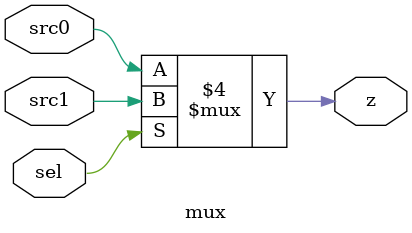
<source format=v>
module mux (sel, src0, src1, z);
  
  input sel;
  input src0;
  input src1;
  output reg z;
  

  always @(sel or src0 or src1)
      begin
        if (sel == 1'b0) z <= src0;
        else z <= src1;
      end
   
endmodule

</source>
